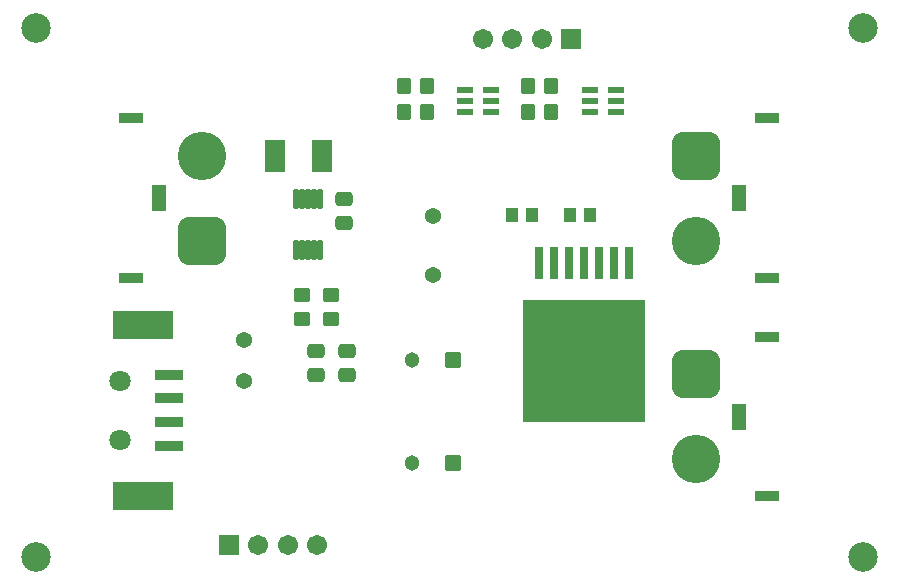
<source format=gbr>
%TF.GenerationSoftware,KiCad,Pcbnew,8.0.6*%
%TF.CreationDate,2025-05-08T15:48:42-04:00*%
%TF.ProjectId,PowerBoard2,506f7765-7242-46f6-9172-64322e6b6963,rev?*%
%TF.SameCoordinates,Original*%
%TF.FileFunction,Soldermask,Top*%
%TF.FilePolarity,Negative*%
%FSLAX46Y46*%
G04 Gerber Fmt 4.6, Leading zero omitted, Abs format (unit mm)*
G04 Created by KiCad (PCBNEW 8.0.6) date 2025-05-08 15:48:42*
%MOMM*%
%LPD*%
G01*
G04 APERTURE LIST*
G04 Aperture macros list*
%AMRoundRect*
0 Rectangle with rounded corners*
0 $1 Rounding radius*
0 $2 $3 $4 $5 $6 $7 $8 $9 X,Y pos of 4 corners*
0 Add a 4 corners polygon primitive as box body*
4,1,4,$2,$3,$4,$5,$6,$7,$8,$9,$2,$3,0*
0 Add four circle primitives for the rounded corners*
1,1,$1+$1,$2,$3*
1,1,$1+$1,$4,$5*
1,1,$1+$1,$6,$7*
1,1,$1+$1,$8,$9*
0 Add four rect primitives between the rounded corners*
20,1,$1+$1,$2,$3,$4,$5,0*
20,1,$1+$1,$4,$5,$6,$7,0*
20,1,$1+$1,$6,$7,$8,$9,0*
20,1,$1+$1,$8,$9,$2,$3,0*%
G04 Aperture macros list end*
%ADD10RoundRect,0.102000X0.754000X0.754000X-0.754000X0.754000X-0.754000X-0.754000X0.754000X-0.754000X0*%
%ADD11C,1.712000*%
%ADD12R,1.473200X0.558800*%
%ADD13RoundRect,0.250000X0.350000X0.450000X-0.350000X0.450000X-0.350000X-0.450000X0.350000X-0.450000X0*%
%ADD14RoundRect,0.250000X0.450000X-0.350000X0.450000X0.350000X-0.450000X0.350000X-0.450000X-0.350000X0*%
%ADD15R,2.000000X0.900000*%
%ADD16RoundRect,1.025000X-1.025000X1.025000X-1.025000X-1.025000X1.025000X-1.025000X1.025000X1.025000X0*%
%ADD17C,4.100000*%
%ADD18R,1.300000X2.300000*%
%ADD19C,1.371600*%
%ADD20RoundRect,0.102000X0.550000X0.550000X-0.550000X0.550000X-0.550000X-0.550000X0.550000X-0.550000X0*%
%ADD21C,1.304000*%
%ADD22RoundRect,0.060500X0.181500X-0.776500X0.181500X0.776500X-0.181500X0.776500X-0.181500X-0.776500X0*%
%ADD23RoundRect,0.250000X0.475000X-0.337500X0.475000X0.337500X-0.475000X0.337500X-0.475000X-0.337500X0*%
%ADD24C,2.500000*%
%ADD25RoundRect,0.250000X-0.350000X-0.450000X0.350000X-0.450000X0.350000X0.450000X-0.350000X0.450000X0*%
%ADD26RoundRect,0.250000X-0.475000X0.337500X-0.475000X-0.337500X0.475000X-0.337500X0.475000X0.337500X0*%
%ADD27R,1.005599X1.199998*%
%ADD28R,2.489200X0.889000*%
%ADD29C,1.803400*%
%ADD30R,5.156200X2.489200*%
%ADD31RoundRect,0.102000X-0.754000X-0.754000X0.754000X-0.754000X0.754000X0.754000X-0.754000X0.754000X0*%
%ADD32RoundRect,1.025000X1.025000X-1.025000X1.025000X1.025000X-1.025000X1.025000X-1.025000X-1.025000X0*%
%ADD33R,0.787400X2.667000*%
%ADD34R,10.414000X10.414000*%
%ADD35R,1.752600X2.794000*%
G04 APERTURE END LIST*
D10*
%TO.C,Current reading*%
X120800000Y-104175000D03*
D11*
X123300000Y-104175000D03*
X125800000Y-104175000D03*
X128300000Y-104175000D03*
%TD*%
D12*
%TO.C,U4*%
X151364800Y-65600000D03*
X151364800Y-66550001D03*
X151364800Y-67500002D03*
X153600000Y-67500002D03*
X153600000Y-66550001D03*
X153600000Y-65600000D03*
%TD*%
D13*
%TO.C,R7*%
X148100000Y-65300000D03*
X146100000Y-65300000D03*
%TD*%
D14*
%TO.C,R3*%
X129500000Y-85000000D03*
X129500000Y-83000000D03*
%TD*%
D15*
%TO.C,12Vin*%
X166350000Y-68050000D03*
X166350000Y-81550000D03*
D16*
X160350000Y-71200000D03*
D17*
X160350000Y-78400000D03*
D18*
X164000000Y-74800000D03*
%TD*%
D19*
%TO.C,C2*%
X122100000Y-86799999D03*
X122100000Y-90300000D03*
%TD*%
D20*
%TO.C,C5*%
X139800000Y-88533250D03*
D21*
X136300000Y-88533250D03*
%TD*%
D22*
%TO.C,U2*%
X126500000Y-79150000D03*
X127000000Y-79150000D03*
X127500000Y-79150000D03*
X128000000Y-79150000D03*
X128500000Y-79150000D03*
X128500000Y-74850000D03*
X128000000Y-74850000D03*
X127500000Y-74850000D03*
X127000000Y-74850000D03*
X126500000Y-74850000D03*
%TD*%
D23*
%TO.C,C7*%
X130800000Y-89787500D03*
X130800000Y-87712500D03*
%TD*%
%TO.C,C6*%
X128200000Y-89787500D03*
X128200000Y-87712500D03*
%TD*%
D24*
%TO.C,REF\u002A\u002A*%
X104500000Y-105200000D03*
%TD*%
D25*
%TO.C,R6*%
X146100000Y-67500000D03*
X148100000Y-67500000D03*
%TD*%
D24*
%TO.C,REF\u002A\u002A*%
X104500000Y-60400000D03*
%TD*%
D19*
%TO.C,C1*%
X138100000Y-76300000D03*
X138100000Y-81300000D03*
%TD*%
D26*
%TO.C,C8*%
X130600000Y-74862500D03*
X130600000Y-76937500D03*
%TD*%
D27*
%TO.C,R2*%
X144794402Y-76200000D03*
X146500000Y-76200000D03*
%TD*%
D25*
%TO.C,R8*%
X135600000Y-67500000D03*
X137600000Y-67500000D03*
%TD*%
D24*
%TO.C,REF\u002A\u002A*%
X174500000Y-105200000D03*
%TD*%
D15*
%TO.C,5Vout*%
X166350000Y-86550000D03*
X166350000Y-100050000D03*
D16*
X160350000Y-89700000D03*
D17*
X160350000Y-96900000D03*
D18*
X164000000Y-93300000D03*
%TD*%
D12*
%TO.C,U5*%
X140764800Y-65600000D03*
X140764800Y-66550001D03*
X140764800Y-67500002D03*
X143000000Y-67500002D03*
X143000000Y-66550001D03*
X143000000Y-65600000D03*
%TD*%
D28*
%TO.C,5Vout*%
X115770101Y-89750003D03*
X115770101Y-91750002D03*
X115770101Y-93750003D03*
X115770101Y-95750001D03*
D29*
X111570102Y-90250002D03*
X111570102Y-95250002D03*
D30*
X113576709Y-85500004D03*
X113576709Y-100000000D03*
%TD*%
D24*
%TO.C,REF\u002A\u002A*%
X174500000Y-60400000D03*
%TD*%
D14*
%TO.C,R4*%
X127000000Y-85000000D03*
X127000000Y-83000000D03*
%TD*%
D31*
%TO.C,12V\u002C 5V reading*%
X149800000Y-61300000D03*
D11*
X147300000Y-61300000D03*
X144800000Y-61300000D03*
X142300000Y-61300000D03*
%TD*%
D20*
%TO.C,C4*%
X139800000Y-97233250D03*
D21*
X136300000Y-97233250D03*
%TD*%
D15*
%TO.C,12Vout*%
X112550000Y-81550000D03*
X112550000Y-68050000D03*
D32*
X118550000Y-78400000D03*
D17*
X118550000Y-71200000D03*
D18*
X114900000Y-74800000D03*
%TD*%
D13*
%TO.C,R9*%
X137600000Y-65300000D03*
X135600000Y-65300000D03*
%TD*%
D33*
%TO.C,U1*%
X154670000Y-80307700D03*
X153400000Y-80307700D03*
X152130000Y-80307700D03*
X150860000Y-80307700D03*
X149590000Y-80307700D03*
X148320000Y-80307700D03*
X147050000Y-80307700D03*
D34*
X150860000Y-88550000D03*
%TD*%
D27*
%TO.C,R1*%
X149707201Y-76200000D03*
X151412799Y-76200000D03*
%TD*%
D35*
%TO.C,R5*%
X124706100Y-71200000D03*
X128693900Y-71200000D03*
%TD*%
M02*

</source>
